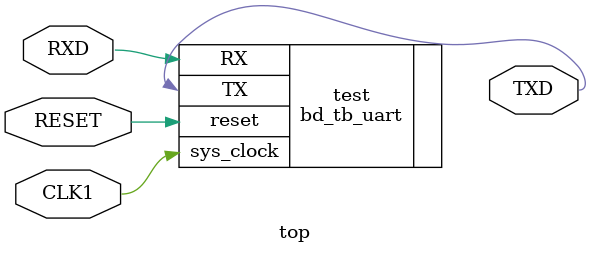
<source format=v>
`timescale 1ns / 1ps


module top(
    input CLK1,
    input RESET,
    input RXD,
    output TXD
    );
    
    bd_tb_uart test (
        .sys_clock(CLK1),
        .reset(RESET),
        .RX(RXD),
        .TX(TXD)
    );
endmodule

</source>
